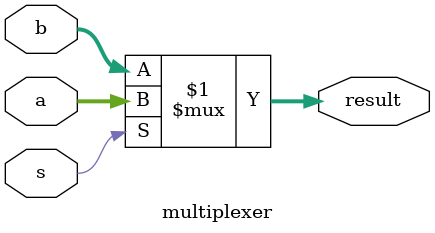
<source format=v>

module multiplexer(a, b, s, result);


input [3:0] a, b;
input s;

output [3:0] result;
//s=1, select a;
//s=2 select b;
assign result=(s)?a:b;

endmodule
</source>
